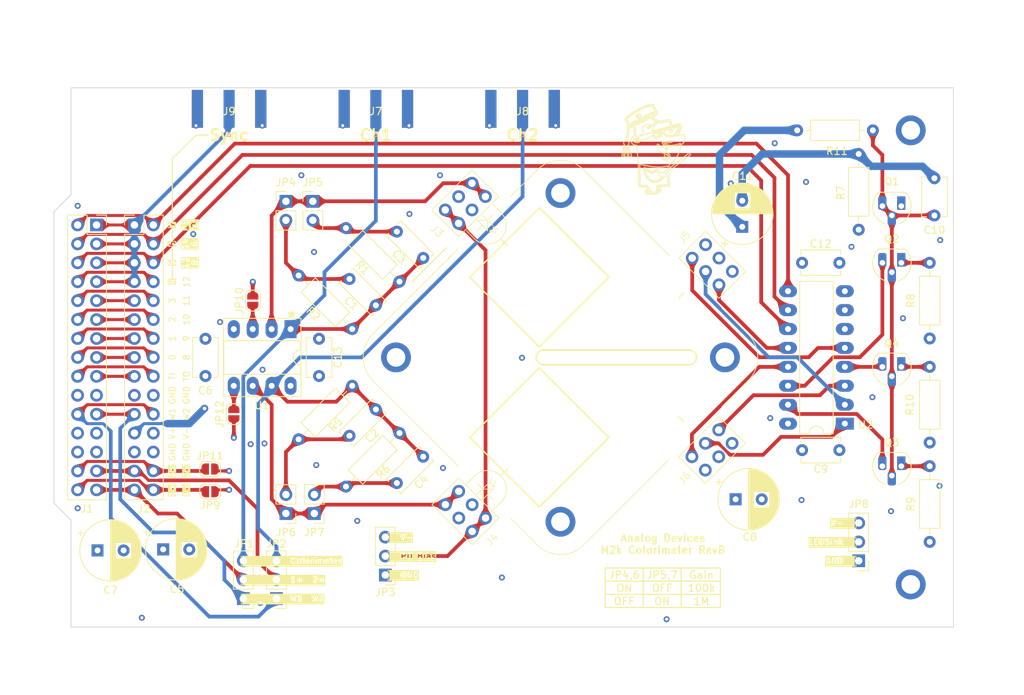
<source format=kicad_pcb>
(kicad_pcb (version 20221018) (generator pcbnew)
  (layers (0 "F.Cu" signal) (1 "In1.Cu" signal) (2 "In2.Cu" signal) (31 "B.Cu" signal) (34 "B.Paste" user) (35 "F.Paste" user) (36 "B.SilkS" user "B.Silkscreen") (37 "F.SilkS" user "F.Silkscreen") (38 "B.Mask" user) (39 "F.Mask" user) (44 "Edge.Cuts" user))
  (net 0 "")
  (net 1 "Out1")
  (net 2 "2+")
  (net 3 "1-")
  (net 4 "G1")
  (net 5 "V+")
  (net 6 "0")
  (net 7 "G0")
  (net 8 "Bsw")
  (net 9 "B1")
  (net 10 "B0")
  (net 11 "1")
  (net 12 "R0")
  (net 13 "R1")
  (net 14 "Rsw")
  (net 15 "2")
  (net 16 "Gsw")
  (net 17 "Net-(Q1-E)")
  (net 18 "Net-(Q1-B)")
  (net 19 "15")
  (net 20 "14")
  (net 21 "13")
  (net 22 "4")
  (net 23 "Out2")
  (net 24 "Net-(JP4-B)")
  (net 25 "Net-(JP5-B)")
  (net 26 "Net-(JP6-B)")
  (net 27 "12")
  (net 28 "Net-(J3-K)")
  (net 29 "Net-(J4-K)")
  (net 30 "Net-(Q2-E)")
  (net 31 "Net-(Q3-E)")
  (net 32 "Net-(Q4-E)")
  (net 33 "3")
  (net 34 "11")
  (net 35 "10")
  (net 36 "9")
  (net 37 "8")
  (net 38 "TI")
  (net 39 "TO")
  (net 40 "W1")
  (net 41 "W2")
  (net 42 "V-")
  (net 43 "1+")
  (net 44 "Vbias")
  (net 45 "GND")
  (net 46 "2-")
  (net 47 "Net-(JP7-B)")
  (net 48 "/LEDSink")
  (net 49 "Net-(JP10-A)")
  (net 50 "Net-(JP12-A)")
  (footprint "Capacitor_THT:C_Disc_D6.0mm_W2.5mm_P5.00mm" (layer "F.Cu") (at 77.109466 99.420534 45)
    (fp_text reference "C4")
    (fp_text value "2pF")
  )
  (footprint "Capacitor_THT:CP_Radial_D8.0mm_P3.50mm" (layer "F.Cu") (at 45.766974 108.321974)
    (fp_text reference "C5")
    (fp_text value "10uF")
  )
  (footprint "Package_DIP:DIP-8_W7.62mm_Socket_LongPads" (layer "F.Cu") (at 62.855 78.75 -90)
    (fp_text reference "U1")
    (fp_text value "~")
  )
  (footprint "Capacitor_THT:C_Disc_D5.1mm_W3.2mm_P5.00mm" (layer "F.Cu") (at 149.225 63.5 90)
    (fp_text reference "C10")
    (fp_text value "0.1uF")
  )
  (footprint "Resistor_THT:R_Axial_DIN0207_L6.3mm_D2.5mm_P10.16mm_Horizontal" (layer "F.Cu") (at 63.935795 71.555795 -45)
    (fp_text reference "R2")
    (fp_text value "100k")
  )
  (footprint "Connector_PinHeader_2.54mm:PinHeader_1x02_P2.54mm_Vertical" (layer "F.Cu") (at 65.840795 61.595)
    (fp_text reference "JP5")
    (fp_text value "Jumper_2_Open")
  )
  (footprint "Resistor_THT:R_Axial_DIN0207_L6.3mm_D2.5mm_P10.16mm_Horizontal" (layer "F.Cu") (at 70.282855 65.188434 -45)
    (fp_text reference "R1")
    (fp_text value "1M")
  )
  (footprint "M2k_Colorimeter:Proffessor" (layer "F.Cu") (at 111.633 62.738)
    (fp_text reference "REF**" hide)
    (fp_text value "Proffessor")
  )
  (footprint "Capacitor_THT:CP_Radial_D8.0mm_P3.50mm" (layer "F.Cu") (at 123.444 65.024 90)
    (fp_text reference "C11")
    (fp_text value "10uF")
  )
  (footprint "Connector_PinSocket_2.54mm:PinSocket_2x15_P2.54mm_Vertical" (layer "F.Cu") (at 36.825 64.775)
    (fp_text reference "J1")
    (fp_text value "Full15_Female")
  )
  (footprint "Capacitor_THT:C_Disc_D5.1mm_W3.2mm_P5.00mm" (layer "F.Cu") (at 136.47168 69.85 180)
    (fp_text reference "C12")
    (fp_text value "0.1uF")
  )
  (footprint "Connector_PinHeader_2.54mm:PinHeader_1x02_P2.54mm_Vertical" (layer "F.Cu") (at 66.04 103.505 180)
    (fp_text reference "JP7")
    (fp_text value "Jumper_2_Open")
  )
  (footprint "Capacitor_THT:C_Disc_D5.1mm_W3.2mm_P5.00mm" (layer "F.Cu") (at 51.435 85.05 90)
    (fp_text reference "C6")
    (fp_text value "0.1uF")
  )
  (footprint "M2k_Colorimeter:PhotodiodeRiser" (layer "F.Cu") (at 85.418946 104.114031 -45)
    (fp_text reference "J4")
    (fp_text value "~")
  )
  (footprint "Connector_PinHeader_2.54mm:PinHeader_2x15_P2.54mm_Vertical" (layer "F.Cu") (at 41.905 64.775)
    (fp_text reference "J2")
    (fp_text value "Full15_Male")
  )
  (footprint "MountingHole:MountingHole_3mm_Pad" (layer "F.Cu") (at 146.05 52.07)
    (fp_text reference "H1" hide)
    (fp_text value "MountingHole_Pad")
  )
  (footprint "Package_DIP:DIP-16_W7.62mm_LongPads" (layer "F.Cu") (at 137.205062 91.44 180)
    (fp_text reference "U2")
    (fp_text value "MAX4619CPE+")
  )
  (footprint "Resistor_THT:R_Axial_DIN0207_L6.3mm_D2.5mm_P10.16mm_Horizontal" (layer "F.Cu") (at 148.59 83.82 -90)
    (fp_text reference "R10")
    (fp_text value "100")
  )
  (footprint "Package_TO_SOT_THT:TO-92_HandSolder" (layer "F.Cu") (at 144.78 97.155 180)
    (fp_text reference "Q3")
    (fp_text value "2N3904")
  )
  (footprint "Jumper:SolderJumper-2_P1.3mm_Open_RoundedPad1.0x1.5mm" (layer "F.Cu") (at 52.055 97.536 180)
    (fp_text reference "JP11")
    (fp_text value "0")
  )
  (footprint "M2k_Colorimeter:LEDRiser" (layer "F.Cu") (at 119.424456 70.113026 135)
    (fp_text reference "J5")
    (fp_text value "~")
  )
  (footprint "M2k_Colorimeter:CuvetteHolderDiagram" (layer "F.Cu") (at 99.06 82.55 -135)
    (fp_text reference "N1" hide)
    (fp_text value "CuvetteHolder")
  )
  (footprint "Jumper:SolderJumper-2_P1.3mm_Open_RoundedPad1.0x1.5mm" (layer "F.Cu") (at 52.07 100.584 180)
    (fp_text reference "JP9")
    (fp_text value "0")
  )
  (footprint "Resistor_THT:R_Axial_DIN0207_L6.3mm_D2.5mm_P10.16mm_Horizontal" (layer "F.Cu") (at 139.065 65.405001 90)
    (fp_text reference "R7")
    (fp_text value "100")
  )
  (footprint "Resistor_THT:R_Axial_DIN0207_L6.3mm_D2.5mm_P10.16mm_Horizontal" (layer "F.Cu") (at 130.81 52.07)
    (fp_text reference "R11")
    (fp_text value "R")
  )
  (footprint "Connector_PinHeader_2.54mm:PinHeader_1x03_P2.54mm_Vertical" (layer "F.Cu") (at 60.96 114.934999 180)
    (fp_text reference "JP2")
    (fp_text value "Jumper_3_Open")
  )
  (footprint "Package_TO_SOT_THT:TO-92_HandSolder" (layer "F.Cu") (at 144.78 83.82 180)
    (fp_text reference "Q4")
    (fp_text value "2N3904")
  )
  (footprint "Capacitor_THT:C_Disc_D6.0mm_W2.5mm_P5.00mm" (layer "F.Cu") (at 70.759466 93.070534 45)
    (fp_text reference "C2")
    (fp_text value "2pF")
  )
  (footprint "M2k_Colorimeter:PhotodiodeRiser" (layer "F.Cu") (at 85.398189 60.960707 -135)
    (fp_text reference "J3")
    (fp_text value "~")
  )
  (footprint "Resistor_THT:R_Axial_DIN0207_L6.3mm_D2.5mm_P10.16mm_Horizontal" (layer "F.Cu") (at 70.285795 99.894205 45)
    (fp_text reference "R6")
    (fp_text value "1M")
  )
  (footprint "Package_TO_SOT_THT:TO-92_HandSolder" (layer "F.Cu") (at 144.78 69.85 180)
    (fp_text reference "Q2")
    (fp_text value "2N3904")
  )
  (footprint "Package_TO_SOT_THT:TO-92_HandSolder" (layer "F.Cu") (at 144.78 62.23 180)
    (fp_text reference "Q1")
    (fp_text value "2N3904")
  )
  (footprint "Jumper:SolderJumper-2_P1.3mm_Open_RoundedPad1.0x1.5mm" (layer "F.Cu") (at 57.785 74.93 90)
    (fp_text reference "JP10")
    (fp_text value "0")
  )
  (footprint "Connector_PinHeader_2.54mm:PinHeader_1x03_P2.54mm_Vertical" (layer "F.Cu") (at 75.565 111.76 180)
    (fp_text reference "JP3")
    (fp_text value "Jumper_3_Open")
  )
  (footprint "Resistor_THT:R_Axial_DIN0207_L6.3mm_D2.5mm_P10.16mm_Horizontal" (layer "F.Cu") (at 63.935795 93.544205 45)
    (fp_text reference "R5")
    (fp_text value "100k")
  )
  (footprint "M2k_Colorimeter:LEDRiser" (layer "F.Cu") (at 119.388048 94.983538 45)
    (fp_text reference "J6")
    (fp_text value "~")
  )
  (footprint "Connector_PinHeader_2.54mm:PinHeader_1x02_P2.54mm_Vertical" (layer "F.Cu") (at 62.23 103.505 180)
    (fp_text reference "JP6")
    (fp_text value "Jumper_2_Open")
  )
  (footprint "Capacitor_THT:CP_Radial_D8.0mm_P3.50mm" (layer "F.Cu") (at 36.957 108.458)
    (fp_text reference "C7")
    (fp_text value "10uF")
  )
  (footprint "Capacitor_THT:C_Disc_D5.1mm_W3.2mm_P5.00mm" (layer "F.Cu") (at 66.675 85.05 90)
    (fp_text reference "C13")
    (fp_text value "0.1uF")
  )
  (footprint "Resistor_THT:R_Axial_DIN0207_L6.3mm_D2.5mm_P10.16mm_Horizontal" (layer "F.Cu") (at 148.59 69.850001 -90)
    (fp_text reference "R8")
    (fp_text value "100")
  )
  (footprint "Jumper:SolderJumper-2_P1.3mm_Open_RoundedPad1.0x1.5mm" (layer "F.Cu") (at 55.245 90.17 -90)
    (fp_text reference "JP12")
    (fp_text value "0")
  )
  (footprint "Resistor_THT:R_Axial_DIN0207_L6.3mm_D2.5mm_P10.16mm_Horizontal" (layer "F.Cu") (at 148.59 97.155 -90)
    (fp_text reference "R9")
    (fp_text value "100")
  )
  (footprint "Connector_PinHeader_2.54mm:PinHeader_1x02_P2.54mm_Vertical" (layer "F.Cu") (at 62.23 61.595)
    (fp_text reference "JP4")
    (fp_text value "Jumper_2_Open")
  )
  (footprint "Capacitor_THT:C_Disc_D6.0mm_W2.5mm_P5.00mm" (layer "F.Cu") (at 70.758958 72.024002 -45)
    (fp_text reference "C1")
    (fp_text value "2pF")
  )
  (footprint "Capacitor_THT:CP_Radial_D8.0mm_P3.50mm" (layer "F.Cu") (at 122.555 101.6)
    (fp_text reference "C8")
    (fp_text value "10uF")
  )
  (footprint "Connector_PinHeader_2.54mm:PinHeader_1x03_P2.54mm_Vertical" (layer "F.Cu") (at 56.515 114.935 180)
    (fp_text reference "JP1")
    (fp_text value "Jumper_3_Open")
  )
  (footprint "Connector_PinHeader_2.54mm:PinHeader_1x03_P2.54mm_Vertical" (layer "F.Cu") (at 139.065 109.855 180)
    (fp_text reference "JP8")
    (fp_text value "Jumper_3_Open")
  )
  (footprint "MountingHole:MountingHole_3mm_Pad" (layer "F.Cu") (at 146.05 113.03)
    (fp_text reference "H2" hide)
    (fp_text value "MountingHole_Pad")
  )
  (footprint "Capacitor_THT:C_Disc_D6.0mm_W2.5mm_P5.00mm" (layer "F.Cu") (at 77.115869 65.665869 -45)
    (fp_text reference "C3")
    (fp_text value "2pF")
  )
  (footprint "Capacitor_THT:C_Disc_D5.1mm_W3.2mm_P5.00mm" (layer "F.Cu") (at 131.47168 94.996)
    (fp_text reference "C9")
    (fp_text value "0.1uF")
  )
  (footprint "Connector_Coaxial:SMA_Amphenol_132289_EdgeMount" (layer "B.Cu") (at 54.61 49.1775 90)
    (fp_text reference "J9")
    (fp_text value "Conn_Coaxial")
  )
  (footprint "Connector_Coaxial:SMA_Amphenol_132289_EdgeMount" (layer "B.Cu") (at 93.98 49.1775 90)
    (fp_text reference "J8")
    (fp_text value "Conn_Coaxial")
  )
  (footprint "Connector_Coaxial:SMA_Amphenol_132289_EdgeMount" (layer "B.Cu") (at 74.295 49.1775 90)
    (fp_text reference "J7")
    (fp_text value "Conn_Coaxial")
  )
  (gr_rect (start 105.08 110.82) (end 120.5105 116.132) (stroke (width 0.15)) (fill none) (layer "F.SilkS"))
  (gr_line (start 46.99 64.33684) (end 46.99 55.88) (stroke (width 0.15)) (layer "F.SilkS"))
  (gr_line (start 105.08 114.354) (end 120.5105 114.354) (stroke (width 0.15)) (layer "F.SilkS"))
  (gr_line (start 110.16 110.82) (end 110.1605 116.1) (stroke (width 0.15)) (layer "F.SilkS"))
  (gr_line (start 46.99 55.88) (end 50.165 52.705) (stroke (width 0.15)) (layer "F.SilkS"))
  (gr_line (start 115.24 110.82) (end 115.2605 116.1) (stroke (width 0.15)) (layer "F.SilkS"))
  (gr_line (start 46.989213 69.40779) (end 46.988113 67.692282) (stroke (width 0.15)) (layer "F.SilkS"))
  (gr_line (start 105.08 112.576) (end 120.5105 112.576) (stroke (width 0.15)) (layer "F.SilkS"))
  (gr_line (start 46.985538 70.229873) (end 46.981212 72.001293) (stroke (width 0.15)) (layer "F.SilkS"))
  (gr_line (start 50.165 52.705) (end 51.879588 52.703417) (stroke (width 0.15)) (layer "F.SilkS"))
  (gr_line (start 46.978175 66.94201) (end 46.988113 65.160736) (stroke (width 0.15)) (layer "F.SilkS"))
  (gr_line (start 79.111703 72.436977) (end 83.706315 67.839155) (stroke (width 0.15)) (layer "F.SilkS"))
  (gr_line (start 31.115 62.992) (end 31.115 102.108) (stroke (width 0.1)) (layer "Edge.Cuts"))
  (gr_line (start 33.401 60.706) (end 31.115 62.992) (stroke (width 0.1)) (layer "Edge.Cuts"))
  (gr_line (start 33.401 46.355) (end 151.765 46.355) (stroke (width 0.1)) (layer "Edge.Cuts"))
  (gr_line (start 33.401 46.355) (end 33.401 60.706) (stroke (width 0.1)) (layer "Edge.Cuts"))
  (gr_line (start 33.401 104.394) (end 33.401 118.745) (stroke (width 0.1)) (layer "Edge.Cuts"))
  (gr_line (start 31.115 102.108) (end 33.401 104.394) (stroke (width 0.1)) (layer "Edge.Cuts"))
  (gr_line (start 151.765 118.745) (end 33.401 118.745) (stroke (width 0.1)) (layer "Edge.Cuts"))
  (gr_line (start 151.765 46.355) (end 151.765 118.745) (stroke (width 0.1)) (layer "Edge.Cuts"))
  (gr_text "|          W1  W2" (at 55.88 114.935) (layer "F.SilkS" knockout) (effects (font (size 0.8 0.8) (thickness 0.125)) (justify left)))
  (gr_text "4" (at 46.99 72.39 90) (layer "F.SilkS" knockout) (effects (font (size 0.8 0.8) (thickness 0.125))))
  (gr_text "JP4,6" (at 107.62 112.344) (layer "F.SilkS") (effects (font (size 1 1)) (justify bottom)))
  (gr_text "W1" (at 46.99 90.17 90) (layer "F.SilkS") (effects (font (size 0.8 0.8) (thickness 0.125))))
  (gr_text "Analog Devices\nM2k Colorimeter RevB" (at 112.8 109) (layer "F.SilkS") (effects (font (size 1 1) (thickness 0.1875)) (justify bottom)))
  (gr_text "11" (at 48.895 74.93 90) (layer "F.SilkS") (effects (font (size 0.8 0.8) (thickness 0.125))))
  (gr_text "W2" (at 48.895 90.17 90) (layer "F.SilkS") (effects (font (size 0.8 0.8) (thickness 0.125))))
  (gr_text "|  V-" (at 75.565 106.68) (layer "F.SilkS" knockout) (effects (font (size 0.8 0.8) (thickness 0.125)) (justify left)))
  (gr_text "|          1+  2+" (at 55.88 112.395) (layer "F.SilkS" knockout) (effects (font (size 0.8 0.8) (thickness 0.125)) (justify left)))
  (gr_text "1M" (at 117.9705 115.9) (layer "F.SilkS") (effects (font (size 1 1)) (justify bottom)))
  (gr_text "V-" (at 48.895 92.71 90) (layer "F.SilkS") (effects (font (size 0.8 0.8) (thickness 0.125))))
  (gr_text "*" (at 62.23 78.105) (layer "F.SilkS") (effects (font (size 1.5 1.5) (thickness 0.3) bold) (justify left bottom)))
  (gr_text "|  GND" (at 75.565 111.76) (layer "F.SilkS" knockout) (effects (font (size 0.8 0.8) (thickness 0.125)) (justify left)))
  (gr_text "GND" (at 46.99 87.63 90) (layer "F.SilkS") (effects (font (size 0.8 0.8) (thickness 0.125))))
  (gr_text "1-" (at 48.895 100.33 90) (layer "F.SilkS" knockout) (effects (font (size 0.8 0.8) (thickness 0.125))))
  (gr_text "10" (at 48.895 77.47 90) (layer "F.SilkS") (effects (font (size 0.8 0.8) (thickness 0.125))))
  (gr_text "Sync" (at 54.61 52.705) (layer "F.SilkS") (effects (font (size 1.5 1.5) (thickness 0.3) bold)))
  (gr_text "1" (at 46.99 80.01 90) (layer "F.SilkS") (effects (font (size 0.8 0.8) (thickness 0.125))))
  (gr_text "15\nB" (at 48.26 64.77 90) (layer "F.SilkS" knockout) (effects (font (size 0.8 0.8) (thickness 0.125)) (justify top)))
  (gr_text "TO" (at 48.895 85.09 90) (layer "F.SilkS") (effects (font (size 0.8 0.8) (thickness 0.125))))
  (gr_text "2" (at 46.99 77.47 90) (layer "F.SilkS") (effects (font (size 0.8 0.8) (thickness 0.125))))
  (gr_text "GND" (at 48.895 95.25 90) (layer "F.SilkS") (effects (font (size 0.8 0.8) (thickness 0.125))))
  (gr_text "6" (at 46.99 67.31 90) (layer "F.SilkS" knockout) (effects (font (size 0.8 0.8) (thickness 0.125))))
  (gr_text "|  PD Bias" (at 75.565 109.22) (layer "F.SilkS" knockout) (effects (font (size 0.8 0.8) (thickness 0.125)) (justify left)))
  (gr_text "1+" (at 46.99 100.33 90) (layer "F.SilkS" knockout) (effects (font (size 0.8 0.8) (thickness 0.125))))
  (gr_text "100k" (at 117.9705 114.1) (layer "F.SilkS") (effects (font (size 1 1)) (justify bottom)))
  (gr_text "2+" (at 46.99 97.79 90) (layer "F.SilkS" knockout) (effects (font (size 0.8 0.8) (thickness 0.125))))
  (gr_text "0" (at 46.99 82.55 90) (layer "F.SilkS") (effects (font (size 0.8 0.8) (thickness 0.125))))
  (gr_text "V+" (at 46.99 92.71 90) (layer "F.SilkS") (effects (font (size 0.8 0.8) (thickness 0.125))))
  (gr_text "GND  |" (at 139.065 109.855) (layer "F.SilkS" knockout) (effects (font (size 0.8 0.8) (thickness 0.125)) (justify right)))
  (gr_text "Gain" (at 117.9705 112.344) (layer "F.SilkS") (effects (font (size 1 1)) (justify bottom)))
  (gr_text "Ch1" (at 74.295 52.705) (layer "F.SilkS") (effects (font (size 1.5 1.5) (thickness 0.3) bold)))
  (gr_text "V-  |" (at 139.065 104.775) (layer "F.SilkS" knockout) (effects (font (size 0.8 0.8) (thickness 0.125)) (justify right)))
  (gr_text "8" (at 48.895 82.55 90) (layer "F.SilkS") (effects (font (size 0.8 0.8) (thickness 0.125))))
  (gr_text "14\nG" (at 48.26 67.31 90) (layer "F.SilkS" knockout) (effects (font (size 0.8 0.8) (thickness 0.125)) (justify top)))
  (gr_text "JP5,7" (at 112.7 112.344) (layer "F.SilkS") (effects (font (size 1 1)) (justify bottom)))
  (gr_text "2-" (at 48.895 97.79 90) (layer "F.SilkS" knockout) (effects (font (size 0.8 0.8) (thickness 0.125))))
  (gr_text "5" (at 46.99 69.85 90) (layer "F.SilkS" knockout) (effects (font (size 0.8 0.8) (thickness 0.125))))
  (gr_text "LEDSink  |" (at 139.065 107.315) (layer "F.SilkS" knockout) (effects (font (size 0.8 0.8) (thickness 0.125)) (justify right)))
  (gr_text "TI" (at 46.99 85.09 90) (layer "F.SilkS") (effects (font (size 0.8 0.8) (thickness 0.125))))
  (gr_text "13\nR" (at 48.26 69.85 90) (layer "F.SilkS" knockout) (effects (font (size 0.8 0.8) (thickness 0.125)) (justify top)))
  (gr_text "OFF" (at 107.62 115.878) (layer "F.SilkS") (effects (font (size 1 1)) (justify bottom)))
  (gr_text "Ch2" (at 93.98 52.705) (layer "F.SilkS") (effects (font (size 1.5 1.5) (thickness 0.3) bold)))
  (gr_text "|          Colorimeter" (at 55.88 109.855) (layer "F.SilkS" knockout) (effects (font (size 0.8 0.8) (thickness 0.125)) (justify left)))
  (gr_text "ON" (at 112.7 115.878) (layer "F.SilkS") (effects (font (size 1 1)) (justify bottom)))
  (gr_text "GND" (at 48.895 87.63 90) (layer "F.SilkS") (effects (font (size 0.8 0.8) (thickness 0.125))))
  (gr_text "7" (at 46.99 64.77 90) (layer "F.SilkS" knockout) (effects (font (size 0.8 0.8) (thickness 0.125))))
  (gr_text "ON" (at 107.62 114.1) (layer "F.SilkS") (effects (font (size 1 1)) (justify bottom)))
  (gr_text "GND" (at 46.99 95.25 90) (layer "F.SilkS") (effects (font (size 0.8 0.8) (thickness 0.125))))
  (gr_text "12" (at 48.895 72.39 90) (layer "F.SilkS") (effects (font (size 0.8 0.8) (thickness 0.125))))
  (gr_text "9" (at 48.895 80.01 90) (layer "F.SilkS") (effects (font (size 0.8 0.8) (thickness 0.125))))
  (gr_text "OFF" (at 112.7 114.1) (layer "F.SilkS") (effects (font (size 1 1)) (justify bottom)))
  (gr_text "3" (at 46.99 74.93 90) (layer "F.SilkS") (effects (font (size 0.8 0.8) (thickness 0.125))))
  (segment (start 71.12 78.734028) (end 74.294492 75.559536) (width 0.5) (layer "F.Cu") (net 1))
  (segment (start 74.294492 75.545207) (end 77.46706 72.372639) (width 0.5) (layer "F.Cu") (net 1))
  (segment (start 71.12 78.74) (end 62.865 78.74) (width 0.5) (layer "F.Cu") (net 1))
  (segment (start 77.480167 72.372639) (end 80.651403 69.201403) (width 0.5) (layer "F.Cu") (net 1))
  (segment (start 74.295 64.205) (end 74.295 48.5425) (width 0.5) (layer "B.Cu") (net 1))
  (segment (start 62.855 78.75) (end 67.4 74.205) (width 0.5) (layer "B.Cu") (net 1))
  (segment (start 67.4 71.1) (end 74.295 64.205) (width 0.5) (layer "B.Cu") (net 1))
  (segment (start 56.515 85.09) (end 62.855 78.75) (width 0.5) (layer "B.Cu") (net 1))
  (segment (start 56.515 109.220001) (end 56.515 85.09) (width 0.5) (layer "B.Cu") (net 1))
  (segment (start 67.4 74.205) (end 67.4 71.1) (width 0.5) (layer "B.Cu") (net 1))
  (segment (start 54.61 99.06) (end 45.466 99.06) (width 0.5) (layer "F.Cu") (net 2))
  (segment (start 58.42 102.87) (end 54.61 99.06) (width 0.5) (layer "F.Cu") (net 2))
  (segment (start 36.825 97.795) (end 41.905 97.795) (width 0.5) (layer "F.Cu") (net 2))
  (segment (start 60.96 112.394999) (end 58.42 109.854999) (width 0.5) (layer "F.Cu") (net 2))
  (segment (start 43.815 99.06) (end 45.466 99.06) (width 0.4) (layer "F.Cu") (net 2))
  (segment (start 42.545 97.79) (end 43.815 99.06) (width 0.4) (layer "F.Cu") (net 2))
  (segment (start 58.42 109.854999) (end 58.42 102.87) (width 0.5) (layer "F.Cu") (net 2))
  (segment (start 42.54 99.06) (end 43.815 100.335) (width 0.4) (layer "F.Cu") (net 3))
  (segment (start 34.285 100.335) (end 35.56 99.06) (width 0.4) (layer "F.Cu") (net 3))
  (segment (start 44.445 100.335) (end 51.415 100.335) (width 0.5) (layer "F.Cu") (net 3))
  (segment (start 35.56 99.06) (end 42.54 99.06) (width 0.4) (layer "F.Cu") (net 3))
  (segment (start 118.490022 94.085512) (end 120.257789 94.085512) (width 0.5) (layer "F.Cu") (net 4))
  (segment (start 128.651 93.218) (end 135.427062 93.218) (width 0.5) (layer "F.Cu") (net 4))
  (segment (start 135.427062 93.218) (end 137.205062 91.44) (width 0.5) (layer "F.Cu") (net 4))
  (segment (start 126.238 95.631) (end 128.651 93.218) (width 0.5) (layer "F.Cu") (net 4))
  (segment (start 121.803277 95.631) (end 126.238 95.631) (width 0.5) (layer "F.Cu") (net 4))
  (segment (start 120.257789 94.085512) (end 121.803277 95.631) (width 0.4) (layer "F.Cu") (net 4))
  (via (at 51.308 89.408) (size 1) (drill 0.5) (layers "F.Cu" "B.Cu") (net 5))
  (segment (start 123.698 52.07) (end 130.81 52.07) (width 1) (layer "B.Cu") (net 5))
  (segment (start 120.396 61.976) (end 123.444 65.024) (width 1) (layer "B.Cu") (net 5))
  (segment (start 120.396 55.372) (end 123.698 52.07) (width 1) (layer "B.Cu") (net 5))
  (segment (start 46.355 91.44) (end 49.276 91.44) (width 1) (layer "B.Cu") (net 5))
  (segment (start 49.276 91.44) (end 51.308 89.408) (width 1) (layer "B.Cu") (net 5))
  (segment (start 120.396 61.976) (end 120.396 55.372) (width 1) (layer "B.Cu") (net 5))
  (segment (start 41.905 92.715) (end 43.18 91.44) (width 0.4) (layer "B.Cu") (net 5))
  (segment (start 46.355 91.44) (end 43.18 91.44) (width 0.4) (layer "B.Cu") (net 5))
  (segment (start 36.825 82.555) (end 41.905 82.555) (width 0.4) (layer "F.Cu") (net 6))
  (segment (start 127 82.55) (end 118.52643 74.07643) (width 0.5) (layer "B.Cu") (net 7))
  (segment (start 130.855062 82.55) (end 127 82.55) (width 0.5) (layer "B.Cu") (net 7))
  (segment (start 118.52643 74.07643) (end 118.52643 71.011052) (width 0.5) (layer "B.Cu") (net 7))
  (segment (start 137.205062 88.9) (end 130.855062 82.55) (width 0.5) (layer "B.Cu") (net 7))
  (segment (start 137.205062 83.82) (end 142.24 83.82) (width 0.5) (layer "F.Cu") (net 8))
  (segment (start 133.858 87.63) (end 135.128 86.36) (width 0.5) (layer "F.Cu") (net 9))
  (segment (start 124.945535 87.63) (end 120.286074 92.289461) (width 0.5) (layer "F.Cu") (net 9))
  (segment (start 135.128 86.36) (end 137.205062 86.36) (width 0.5) (layer "F.Cu") (net 9))
  (segment (start 124.945535 87.63) (end 133.858 87.63) (width 0.5) (layer "F.Cu") (net 9))
  (segment (start 132.354 82.53) (end 125.71 82.53) (width 0.5) (layer "F.Cu") (net 10))
  (segment (start 137.205062 81.28) (end 133.604 81.28) (width 0.5) (layer "F.Cu") (net 10))
  (segment (start 133.604 81.28) (end 132.354 82.53) (width 0.5) (layer "F.Cu") (net 10))
  (segment (start 125.71 82.53) (end 116.730379 73.550379) (width 0.5) (layer "F.Cu") (net 10))
  (segment (start 116.730379 73.550379) (end 116.730379 69.215) (width 0.5) (layer "F.Cu") (net 10))
  (segment (start 36.825 80.015) (end 41.905 80.015) (width 0.4) (layer "F.Cu") (net 11))
  (segment (start 120.322482 74.856482) (end 126.746 81.28) (width 0.5) (layer "F.Cu") (net 12))
  (segment (start 126.746 81.28) (end 129.585062 81.28) (width 0.5) (layer "F.Cu") (net 12))
  (segment (start 120.322482 72.807103) (end 120.322482 74.856482) (width 0.5) (layer "F.Cu") (net 12))
  (segment (start 125.73 83.82) (end 130.00168 83.82) (width 0.5) (layer "F.Cu") (net 13))
  (segment (start 116.693971 92.856029) (end 125.73 83.82) (width 0.5) (layer "F.Cu") (net 13))
  (segment (start 116.693971 95.881564) (end 116.693971 92.856029) (width 0.5) (layer "F.Cu") (net 13))
  (segment (start 135.656 82.53) (end 139.212 82.53) (width 0.5) (layer "F.Cu") (net 14))
  (segment (start 131.826 86.36) (end 135.656 82.53) (width 0.5) (layer "F.Cu") (net 14))
  (segment (start 139.212 82.53) (end 142.24 79.502) (width 0.5) (layer "F.Cu") (net 14))
  (segment (start 129.585062 86.36) (end 131.826 86.36) (width 0.5) (layer "F.Cu") (net 14))
  (segment (start 142.24 79.502) (end 142.24 69.85) (width 0.5) (layer "F.Cu") (net 14))
  (segment (start 36.825 77.475) (end 41.905 77.475) (width 0.4) (layer "F.Cu") (net 15))
  (segment (start 142.24 93.574938) (end 138.815062 90.15) (width 0.5) (layer "F.Cu") (net 16))
  (segment (start 138.815062 90.15) (end 130.835062 90.15) (width 0.5) (layer "F.Cu") (net 16))
  (segment (start 142.24 97.155) (end 142.24 93.574938) (width 0.5) (layer "F.Cu") (net 16))
  (segment (start 130.835062 90.15) (end 129.585062 88.9) (width 0.5) (layer "F.Cu") (net 16))
  (segment (start 142.24 55.372) (end 140.97 54.102) (width 0.5) (layer "F.Cu") (net 18))
  (segment (start 143.51 71.12) (end 143.51 85.09) (width 0.5) (layer "F.Cu") (net 18))
  (segment (start 143.51 71.12) (end 143.51 63.615) (width 0.5) (layer "F.Cu") (net 18))
  (segment (start 140.97 54.102) (end 140.97 52.07) (width 0.5) (layer "F.Cu") (net 18))
  (segment (start 149.225 63.5) (end 143.51 63.5) (width 0.5) (layer "F.Cu") (net 18))
  (segment (start 143.51 63.5) (end 142.24 62.23) (width 0.5) (layer "F.Cu") (net 18))
  (segment (start 143.51 98.425) (end 143.51 85.09) (width 0.5) (layer "F.Cu") (net 18))
  (segment (start 142.24 62.23) (end 142.24 55.372) (width 0.5) (layer "F.Cu") (net 18))
  (segment (start 43.17 63.5) (end 44.445 64.775) (width 0.4) (layer "F.Cu") (net 19))
  (segment (start 35.56 63.5) (end 43.17 63.5) (width 0.4) (layer "F.Cu") (net 19))
  (segment (start 125.349 53.848) (end 129.585062 58.084062) (width 0.5) (layer "F.Cu") (net 19))
  (segment (start 129.585062 58.084062) (end 129.585062 73.66) (width 0.5) (layer "F.Cu") (net 19))
  (segment (start 55.372 53.848) (end 125.349 53.848) (width 0.5) (layer "F.Cu") (net 19))
  (segment (start 34.285 64.775) (end 35.56 63.5) (width 0.4) (layer "F.Cu") (net 19))
  (segment (start 44.445 64.775) (end 55.372 53.848) (width 0.5) (layer "F.Cu") (net 19))
  (segment (start 35.56 66.04) (end 43.17 66.04) (width 0.4) (layer "F.Cu") (net 20))
  (segment (start 127.762 74.376938) (end 127.762 58.42) (width 0.5) (layer "F.Cu") (net 20))
  (segment (start 43.17 66.04) (end 44.445 67.315) (width 0.4) (layer "F.Cu") (net 20))
  (segment (start 124.714 55.372) (end 56.388 55.372) (width 0.5) (layer "F.Cu") (net 20))
  (segment (start 56.388 55.372) (end 44.445 67.315) (width 0.5) (layer "F.Cu") (net 20))
  (segment (start 129.585062 76.2) (end 127.762 74.376938) (width 0.5) (layer "F.Cu") (net 20))
  (segment (start 34.285 67.315) (end 35.56 66.04) (width 0.4) (layer "F.Cu") (net 20))
  (segment (start 127.762 58.42) (end 124.714 55.372) (width 0.5) (layer "F.Cu") (net 20))
  (segment (start 125.984 75.138938) (end 129.585062 78.74) (width 0.5) (layer "F.Cu") (net 21))
  (segment (start 125.984 58.801) (end 125.984 75.138938) (width 0.5) (layer "F.Cu") (net 21))
  (segment (start 57.45 56.85) (end 124.033 56.85) (width 0.5) (layer "F.Cu") (net 21))
  (segment (start 124.033 56.85) (end 125.984 58.801) (width 0.5) (layer "F.Cu") (net 21))
  (segment (start 34.285 69.855) (end 35.56 68.58) (width 0.4) (layer "F.Cu") (net 21))
  (segment (start 35.56 68.58) (end 43.17 68.58) (width 0.4) (layer "F.Cu") (net 21))
  (segment (start 44.445 69.855) (end 57.45 56.85) (width 0.5) (layer "F.Cu") (net 21))
  (segment (start 43.17 68.58) (end 44.445 69.855) (width 0.4) (layer "F.Cu") (net 21))
  (segment (start 36.825 69.855) (end 41.905 69.855) (width 0.4) (layer "F.Cu") (net 22))
  (segment (start 36.825 72.395) (end 41.905 72.395) (width 0.4) (layer "F.Cu") (net 22))
  (segment (start 36.825 64.775) (end 41.905 64.775) (width 0.4) (layer "F.Cu") (net 22))
  (segment (start 36.825 67.315) (end 41.905 67.315) (width 0.4) (layer "F.Cu") (net 22))
  (segment (start 54.61 48.5425) (end 54.61 52.07) (width 0.5) (layer "B.Cu") (net 22))
  (segment (start 41.905 67.315) (end 41.905 64.775) (width 0.5) (layer "B.Cu") (net 22))
  (segment (start 54.61 52.07) (end 41.905 64.775) (width 0.5) (layer "B.Cu") (net 22))
  (segment (start 41.905 69.855) (end 41.905 67.315) (width 0.5) (layer "B.Cu") (net 22))
  (segment (start 41.905 72.395) (end 41.905 69.855) (width 0.5) (layer "B.Cu") (net 22))
  (segment (start 71.12 86.36) (end 74.295 89.535) (width 0.5) (layer "F.Cu") (net 23))
  (segment (start 62.445 88.5) (end 68.98 88.5) (width 0.5) (layer "F.Cu") (net 23))
  (segment (start 77.47 92.71) (end 80.645 95.885) (width 0.5) (layer "F.Cu") (net 23))
  (segment (start 74.295 89.535) (end 77.47 92.71) (width 0.5) (layer "F.Cu") (net 23))
  (segment (start 68.98 88.5) (end 71.12 86.36) (width 0.5) (layer "F.Cu") (net 23))
  (segment (start 60.315 86.37) (end 62.445 88.5) (width 0.5) (layer "F.Cu") (net 23))
  (segment (start 93.98 60.96) (end 72.39 82.55) (width 0.5) (layer "B.Cu") (net 23))
  (segment (start 64.135 82.55) (end 72.39 82.55) (width 0.5) (layer "B.Cu") (net 23))
  (segment (start 58.5 105.49) (end 58.5 88.8) (width 0.5) (layer "B.Cu") (net 23))
  (segment (start 60.96 107.95) (end 58.5 105.49) (width 0.5) (layer "B.Cu") (net 23))
  (segment (start 60.96 109.854999) (end 60.96 107.95) (width 0.5) (layer "B.Cu") (net 23))
  (segment (start 60.315 86.37) (end 64.135 82.55) (width 0.5) (layer "B.Cu") (net 23))
  (segment (start 58.5 88.8) (end 60.315 86.985) (width 0.5) (layer "B.Cu") (net 23))
  (segment (start 93.98 48.5425) (end 93.98 60.96) (width 0.5) (layer "B.Cu") (net 23))
  (segment (start 64.404002 72.024002) (end 63.935795 71.555795) (width 0.5) (layer "F.Cu") (net 24))
  (segment (start 70.758958 72.024002) (end 64.404002 72.024002) (width 0.5) (layer "F.Cu") (net 24))
  (segment (start 62.23 69.85) (end 62.23 64.135) (width 0.5) (layer "F.Cu") (net 24))
  (segment (start 63.935795 71.555795) (end 62.23 69.85) (width 0.5) (layer "F.Cu") (net 24))
  (segment (start 66.894229 65.188434) (end 65.840795 64.135) (width 0.5) (layer "F.Cu") (net 25))
  (segment (start 77.115869 65.665869) (end 70.76029 65.665869) (width 0.5) (layer "F.Cu") (net 25))
  (segment (start 70.282855 65.188434) (end 66.894229 65.188434) (width 0.5) (layer "F.Cu") (net 25))
  (segment (start 70.76029 65.665869) (end 70.282855 65.188434) (width 0.5) (layer "F.Cu") (net 25))
  (segment (start 70.176205 93.544205) (end 70.231 93.599) (width 0.5) (layer "F.Cu") (net 26))
  (segment (start 62.23 95.25) (end 62.23 100.965) (width 0.5) (layer "F.Cu") (net 26))
  (segment (start 63.935795 93.544205) (end 62.23 95.25) (width 0.5) (layer "F.Cu") (net 26))
  (segment (start 63.935795 93.544205) (end 70.176205 93.544205) (width 0.5) (layer "F.Cu") (net 26))
  (segment (start 34.285 72.395) (end 35.56 71.12) (width 0.4) (layer "F.Cu") (net 27))
  (segment (start 35.56 71.12) (end 43.17 71.12) (width 0.4) (layer "F.Cu") (net 27))
  (segment (start 43.17 71.12) (end 44.445 72.395) (width 0.4) (layer "F.Cu") (net 27))
  (segment (start 80.907082 61.595) (end 83.337426 59.164656) (width 0.5) (layer "F.Cu") (net 28))
  (segment (start 83.337426 59.164656) (end 87.19424 59.164656) (width 0.5) (layer "F.Cu") (net 28))
  (segment (start 60.315 63.51) (end 62.23 61.595) (width 0.5) (layer "F.Cu") (net 28))
  (segment (start 60.315 78.75) (end 60.315 63.51) (width 0.5) (layer "F.Cu") (net 28))
  (segment (start 65.840795 61.595) (end 62.23 61.595) (width 0.5) (layer "F.Cu") (net 28))
  (segment (start 65.840795 61.595) (end 80.907082 61.595) (width 0.5) (layer "F.Cu") (net 28))
  (segment (start 88.989584 60.96) (end 87.193533 59.163949) (width 0.5) (layer "F.Cu") (net 28))
  (segment (start 62.23 103.505) (end 60.325 101.6) (width 0.5) (layer "F.Cu") (net 29))
  (segment (start 85.417946 100.521929) (end 83.621895 102.31798) (width 0.5) (layer "F.Cu") (net 29))
  (segment (start 60.325 101.6) (end 60.325 88.9) (width 0.5) (layer "F.Cu") (net 29))
  (segment (start 60.325 88.9) (end 57.795 86.37) (width 0.5) (layer "F.Cu") (net 29))
  (segment (start 67.22702 102.31798) (end 83.622895 102.31798) (width 0.5) (layer "F.Cu") (net 29))
  (segment (start 62.23 103.505) (end 66.04 103.505) (width 0.5) (layer "F.Cu") (net 29))
  (segment (start 66.04 103.505) (end 67.22702 102.31798) (width 0.5) (layer "F.Cu") (net 29))
  (segment (start 144.78 69.85) (end 148.59 69.850001) (width 0.5) (layer "F.Cu") (net 30))
  (segment (start 148.59 97.155) (end 144.78 97.155) (width 0.5) (layer "F.Cu") (net 31))
  (segment (start 144.78 83.82) (end 148.59 83.82) (width 0.5) (layer "F.Cu") (net 32))
  (segment (start 36.825 74.935) (end 41.905 74.935) (width 0.4) (layer "F.Cu") (net 33))
  (segment (start 34.285 74.935) (end 35.56 73.66) (width 0.4) (layer "F.Cu") (net 34))
  (segment (start 35.56 73.66) (end 43.17 73.66) (width 0.4) (layer "F.Cu") (net 34))
  (segment (start 43.17 73.66) (end 44.445 74.935) (width 0.4) (layer "F.Cu") (net 34))
  (segment (start 34.285 77.475) (end 35.56 76.2) (width 0.4) (layer "F.Cu") (net 35))
  (segment (start 35.56 76.2) (end 43.17 76.2) (width 0.4) (layer "F.Cu") (net 35))
  (segment (start 43.17 76.2) (end 44.445 77.475) (width 0.4) (layer "F.Cu") (net 35))
  (segment (start 43.17 78.74) (end 44.445 80.015) (width 0.4) (layer "F.Cu") (net 36))
  (segment (start 34.285 80.015) (end 35.56 78.74) (width 0.4) (layer "F.Cu") (net 36))
  (segment (start 35.56 78.74) (end 43.17 78.74) (width 0.4) (layer "F.Cu") (net 36))
  (segment (start 35.56 81.28) (end 43.17 81.28) (width 0.4) (layer "F.Cu") (net 37))
  (segment (start 43.17 81.28) (end 44.445 82.555) (width 0.4) (layer "F.Cu") (net 37))
  (segment (start 34.285 82.555) (end 35.56 81.28) (width 0.4) (layer "F.Cu") (net 37))
  (segment (start 36.825 85.095) (end 41.905 85.095) (width 0.4) (layer "F.Cu") (net 38))
  (segment (start 35.56 83.82) (end 43.17 83.82) (width 0.4) (layer "F.Cu") (net 39))
  (segment (start 43.17 83.82) (end 44.445 85.095) (width 0.4) (layer "F.Cu") (net 39))
  (segment (start 34.285 85.095) (end 35.56 83.82) (width 0.4) (layer "F.Cu") (net 39))
  (segment (start 36.825 90.175) (end 41.905 90.175) (width 0.4) (layer "F.Cu") (net 40))
  (segment (start 40.005 101.6) (end 44.45 106.045) (width 0.5) (layer "B.Cu") (net 40))
  (segment (start 41.905 90.175) (end 40.005 92.075) (width 0.4) (layer "B.Cu") (net 40))
  (segment (start 53.975 109.855) (end 53.975 112.395) (width 0.5) (layer "B.Cu") (net 40))
  (segment (start 50.165 106.045) (end 53.975 109.855) (width 0.5) (layer "B.Cu") (net 40))
  (segment (start 53.975 112.395) (end 56.515 114.935) (width 0.5) (layer "B.Cu") (net 40))
  (segment (start 40.005 92.075) (end 40.005 101.6) (width 0.5) (layer "B.Cu") (net 40))
  (segment (start 44.45 106.045) (end 50.165 106.045) (width 0.5) (layer "B.Cu") (net 40))
  (segment (start 34.285 90.175) (end 35.56 88.9) (width 0.4) (layer "F.Cu") (net 41))
  (segment (start 43.17 88.9) (end 44.445 90.175) (width 0.4) (layer "F.Cu") (net 41))
  (segment (start 35.56 88.9) (end 43.17 88.9) (width 0.4) (layer "F.Cu") (net 41))
  (segment (start 35.56 91.45) (end 37.729 91.45) (width 0.4) (layer "B.Cu") (net 41))
  (segment (start 34.285 90.175) (end 35.56 91.45) (width 0.4) (layer "B.Cu") (net 41))
  (segment (start 51.943 117.348) (end 58.546999 117.348) (width 0.5) (layer "B.Cu") (net 41))
  (segment (start 38.735 104.14) (end 51.943 117.348) (width 0.5) (layer "B.Cu") (net 41))
  (segment (start 58.546999 117.348) (end 60.96 114.934999) (width 0.5) (layer "B.Cu") (net 41))
  (segment (start 37.729 91.45) (end 38.735 92.456) (width 0.4) (layer "B.Cu") (net 41))
  (segment (start 38.735 92.456) (end 38.735 104.14) (width 0.5) (layer "B.Cu") (net 41))
  (segment (start 41.905 100.335) (end 45.075 103.505) (width 0.5) (layer "F.Cu") (net 43))
  (segment (start 47.625 103.505) (end 56.515 112.395) (width 0.5) (layer "F.Cu") (net 43))
  (segment (start 45.075 103.505) (end 47.625 103.505) (width 0.5) (layer "F.Cu") (net 43))
  (segment (start 36.825 100.335) (end 41.905 100.335) (width 0.5) (layer "F.Cu") (net 43))
  (segment (start 89.010048 104.114031) (end 89.010048 68.164668) (width 0.5) (layer "F.Cu") (net 44))
  (segment (start 83.904079 109.22) (end 75.565 109.22) (width 0.5) (layer "F.Cu") (net 44))
  (segment (start 83.601431 62.756051) (end 85.397482 64.552102) (width 0.5) (layer "F.Cu") (net 44))
  (segment (start 87.213997 105.910082) (end 89.010048 104.114031) (width 0.5) (layer "F.Cu") (net 44))
  (segment (start 87.213997 105.910082) (end 83.904079 109.22) (width 0.5) (layer "F.Cu") (net 44))
  (segment (start 85.397482 64.552102) (end 89.010048 68.164668) (width 0.5) (layer "F.Cu") (net 44))
  (segment (start 57.785 74.28) (end 57.785 72.39) (width 0.5) (layer "F.Cu") (net 45))
  (segment (start 55.245 90.82) (end 55.245 93.345) (width 0.5) (layer "F.Cu") (net 45))
  (segment (start 52.72 100.33) (end 54.61 100.33) (width 0.4) (layer "F.Cu") (net 45))
  (segment (start 52.705 97.79) (end 54.61 97.79) (width 0.4) (layer "F.Cu") (net 45))
  (via (at 59.055 51.435) (size 0.8) (drill 0.4) (layers "F.Cu" "B.Cu") (net 45))
  (via (at 55.245 93.345) (size 0.8) (drill 0.4) (layers "F.Cu" "B.Cu") (net 45))
  (via (at 54.61 97.79) (size 0.8) (drill 0.4) (layers "F.Cu" "B.Cu") (net 45))
  (via (at 132 59) (size 0.8) (drill 0.4) (layers "F.Cu" "B.Cu") (net 45))
  (via (at 49.8 66) (size 0.8) (drill 0.4) (layers "F.Cu" "B.Cu") (net 45))
  (via (at 69.85 51.435) (size 0.8) (drill 0.4) (layers "F.Cu" "B.Cu") (net 45))
  (via (at 149.9 99.8) (size 0.8) (drill 0.4) (layers "F.Cu" "B.Cu") (net 45))
  (via (at 82.9 58.1) (size 0.8) (drill 0.4) (layers "F.Cu" "B.Cu") (net 45))
  (via (at 83.3 97.4) (size 0.8) (drill 0.4) (layers "F.Cu" "B.Cu") (net 45))
  (via (at 71.8 104.5) (size 0.8) (drill 0.4) (layers "F.Cu" "B.Cu") (net 45))
  (via (at 57.5 94.2) (size 0.8) (drill 0.4) (layers "F.Cu" "B.Cu") (net 45))
  (via (at 34.3 102.8) (size 0.8) (drill 0.4) (layers "F.Cu" "B.Cu") (net 45))
  (via (at 145 77.3) (size 0.8) (drill 0.4) (layers "F.Cu" "B.Cu") (net 45))
  (via (at 53.4 77.8) (size 0.8) (drill 0.4) (layers "F.Cu" "B.Cu") (net 45))
  (via (at 54.61 100.33) (size 0.8) (drill 0.4) (layers "F.Cu" "B.Cu") (net 45))
  (via (at 66.3 97) (size 0.8) (drill 0.4) (layers "F.Cu" "B.Cu") (net 45))
  (via (at 58.8 115.5) (size 0.8) (drill 0.4) (layers "F.Cu" "B.Cu") (net 45))
  (via (at 34.3 62.2) (size 0.8) (drill 0.4) (layers "F.Cu" "B.Cu") (net 45))
  (via (at 138.1 67.7) (size 0.8) (drill 0.4) (layers "F.Cu" "B.Cu") (net 45))
  (via (at 42.9 117.5) (size 0.8) (drill 0.4) (layers "F.Cu" "B.Cu") (net 45))
  (via (at 143.4 103.2) (size 0.8) (drill 0.4) (layers "F.Cu" "B.Cu") (net 45))
  (via (at 127.2 90.7) (size 0.8) (drill 0.4) (layers "F.Cu" "B.Cu") (net 45))
  (via (at 98.425 51.435) (size 0.8) (drill 0.4) (layers "F.Cu" "B.Cu") (net 45))
  (via (at 91.2 112.1) (size 0.8) (drill 0.4) (layers "F.Cu" "B.Cu") (net 45))
  (via (at 66 68.4) (size 0.8) (drill 0.4) (layers "F.Cu" "B.Cu") (net 45))
  (via (at 131.4 101.7) (size 0.8) (drill 0.4) (layers "F.Cu" "B.Cu") (net 45))
  (via (at 127.8 53.8) (size 0.8) (drill 0.4) (layers "F.Cu" "B.Cu") (net 45))
  (via (at 64.3 58.1) (size 0.8) (drill 0.4) (layers "F.Cu" "B.Cu") (net 45))
  (via (at 59.35 94.1) (size 0.8) (drill 0.4) (layers "F.Cu" "B.Cu") (net 45))
  (via (at 89.535 51.435) (size 0.8) (drill 0.4) (layers "F.Cu" "B.Cu") (net 45))
  (via (at 57.785 72.39) (size 0.8) (drill 0.4) (layers "F.Cu" "B.Cu") (net 45))
  (via (at 113.3 117.7) (size 0.8) (drill 0.4) (layers "F.Cu" "B.Cu") (net 45))
  (via (at 150 66.8) (size 0.8) (drill 0.4) (layers "F.Cu" "B.Cu") (net 45))
  (via (at 50.165 51.435) (size 0.8) (drill 0.4) (layers "F.Cu" "B.Cu") (net 45))
  (via (at 140.9 87.9) (size 0.8) (drill 0.4) (layers "F.Cu" "B.Cu") (net 45))
  (via (at 93.9 82.6) (size 0.8) (drill 0.4) (layers "F.Cu" "B.Cu") (net 45))
  (via (at 59.1 84.2) (size 0.8) (drill 0.4) (layers "F.Cu" "B.Cu") (net 45))
  (via (at 78.74 51.435) (size 0.8) (drill 0.4) (layers "F.Cu" "B.Cu") (net 45))
  (via (at 121.9 59.2) (size 0.8) (drill 0.4) (layers "F.Cu" "B.Cu") (net 45))
  (via (at 78.8 63.3) (size 0.8) (drill 0.4) (layers "F.Cu" "B.Cu") (net 45))
  (segment (start 35.56 96.52) (end 43.17 96.52) (width 0.4) (layer "F.Cu") (net 46))
  (segment (start 44.445 97.795) (end 51.4 97.795) (width 0.5) (layer "F.Cu") (net 46))
  (segment (start 43.17 96.52) (end 44.445 97.795) (width 0.4) (layer "F.Cu") (net 46))
  (segment (start 34.285 97.795) (end 35.56 96.52) (width 0.4) (layer "F.Cu") (net 46))
  (segment (start 67.110795 99.894205) (end 66.04 100.965) (width 0.5) (layer "F.Cu") (net 47))
  (segment (start 77.109466 99.420534) (end 70.759466 99.420534) (width 0.5) (layer "F.Cu") (net 47))
  (segment (start 70.285795 99.894205) (end 67.110795 99.894205) (width 0.5) (layer "F.Cu") (net 47))
  (segment (start 70.759466 99.420534) (end 70.285795 99.894205) (width 0.5) (layer "F.Cu") (net 47))
  (segment (start 139.065 55.245001) (end 126.110999 55.245001) (width 1) (layer "B.Cu") (net 48))
  (segment (start 123.444 57.912) (end 123.444 61.524) (width 1) (layer "B.Cu") (net 48))
  (segment (start 140.715999 56.896) (end 139.065 55.245001) (width 1) (layer "B.Cu") (net 48))
  (segment (start 149.225 58.5) (end 147.621 56.896) (width 1) (layer "B.Cu") (net 48))
  (segment (start 147.621 56.896) (end 140.715999 56.896) (width 1) (layer "B.Cu") (net 48))
  (segment (start 126.110999 55.245001) (end 123.444 57.912) (width 1) (layer "B.Cu") (net 48))
  (segment (start 57.775 78.75) (end 57.775 75.59) (width 0.5) (layer "F.Cu") (net 49))
  (segment (start 55.245 89.52) (end 55.245 86.38) (width 0.5) (layer "F.Cu") (net 50))
)
</source>
